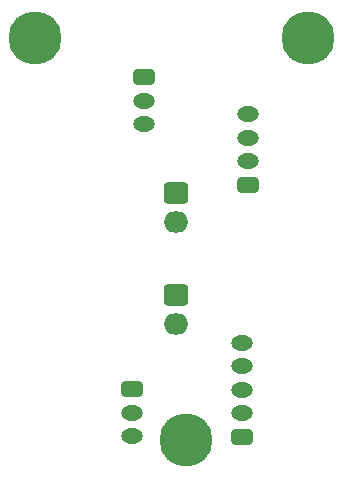
<source format=gbr>
%TF.GenerationSoftware,KiCad,Pcbnew,(6.0.10)*%
%TF.CreationDate,2023-09-05T22:22:05+02:00*%
%TF.ProjectId,incubator_breakout,696e6375-6261-4746-9f72-5f627265616b,rev?*%
%TF.SameCoordinates,Original*%
%TF.FileFunction,Soldermask,Bot*%
%TF.FilePolarity,Negative*%
%FSLAX46Y46*%
G04 Gerber Fmt 4.6, Leading zero omitted, Abs format (unit mm)*
G04 Created by KiCad (PCBNEW (6.0.10)) date 2023-09-05 22:22:05*
%MOMM*%
%LPD*%
G01*
G04 APERTURE LIST*
G04 Aperture macros list*
%AMRoundRect*
0 Rectangle with rounded corners*
0 $1 Rounding radius*
0 $2 $3 $4 $5 $6 $7 $8 $9 X,Y pos of 4 corners*
0 Add a 4 corners polygon primitive as box body*
4,1,4,$2,$3,$4,$5,$6,$7,$8,$9,$2,$3,0*
0 Add four circle primitives for the rounded corners*
1,1,$1+$1,$2,$3*
1,1,$1+$1,$4,$5*
1,1,$1+$1,$6,$7*
1,1,$1+$1,$8,$9*
0 Add four rect primitives between the rounded corners*
20,1,$1+$1,$2,$3,$4,$5,0*
20,1,$1+$1,$4,$5,$6,$7,0*
20,1,$1+$1,$6,$7,$8,$9,0*
20,1,$1+$1,$8,$9,$2,$3,0*%
G04 Aperture macros list end*
%ADD10RoundRect,0.300000X-0.750000X0.600000X-0.750000X-0.600000X0.750000X-0.600000X0.750000X0.600000X0*%
%ADD11O,2.100000X1.800000*%
%ADD12RoundRect,0.300000X-0.625000X0.350000X-0.625000X-0.350000X0.625000X-0.350000X0.625000X0.350000X0*%
%ADD13O,1.850000X1.300000*%
%ADD14RoundRect,0.300000X0.625000X-0.350000X0.625000X0.350000X-0.625000X0.350000X-0.625000X-0.350000X0*%
%ADD15C,4.500000*%
G04 APERTURE END LIST*
D10*
%TO.C,J2*%
X160528000Y-124079000D03*
D11*
X160528000Y-126579000D03*
%TD*%
D12*
%TO.C,J1*%
X156845000Y-132080000D03*
D13*
X156845000Y-134080000D03*
X156845000Y-136080000D03*
%TD*%
D14*
%TO.C,J3*%
X166116000Y-136144000D03*
D13*
X166116000Y-134144000D03*
X166116000Y-132144000D03*
X166116000Y-130144000D03*
X166116000Y-128144000D03*
%TD*%
D14*
%TO.C,J4*%
X166624000Y-114808000D03*
D13*
X166624000Y-112808000D03*
X166624000Y-110808000D03*
X166624000Y-108808000D03*
%TD*%
D10*
%TO.C,J6*%
X160528000Y-115443000D03*
D11*
X160528000Y-117943000D03*
%TD*%
D12*
%TO.C,J5*%
X157861000Y-105664000D03*
D13*
X157861000Y-107664000D03*
X157861000Y-109664000D03*
%TD*%
D15*
%TO.C,H1*%
X171704000Y-102362000D03*
%TD*%
%TO.C,H3*%
X148590000Y-102362000D03*
%TD*%
%TO.C,H2*%
X161417000Y-136398000D03*
%TD*%
M02*

</source>
